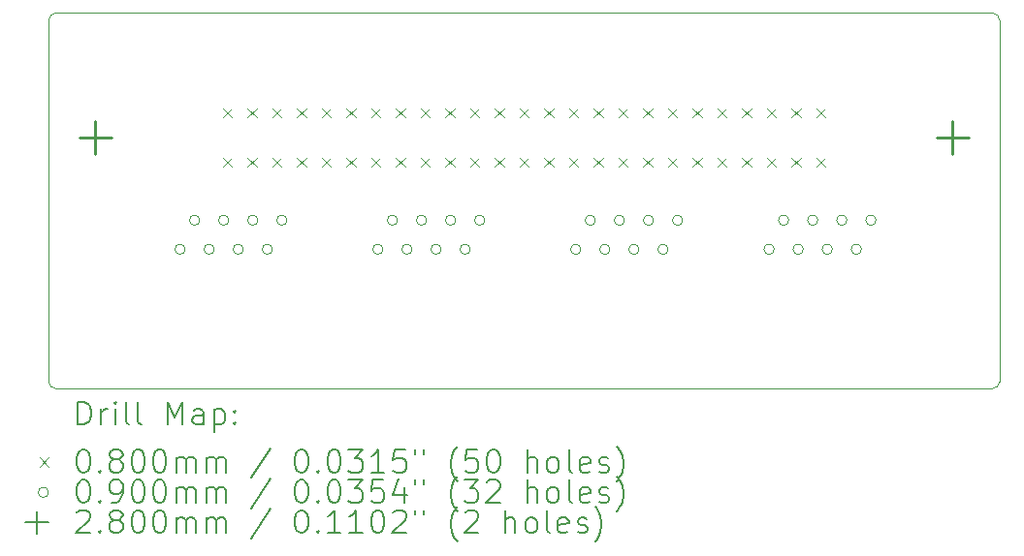
<source format=gbr>
%TF.GenerationSoftware,KiCad,Pcbnew,(6.0.11)*%
%TF.CreationDate,2024-01-05T21:54:57+00:00*%
%TF.ProjectId,RJ21_RJ45_4_LINE,524a3231-5f52-44a3-9435-5f345f4c494e,rev?*%
%TF.SameCoordinates,Original*%
%TF.FileFunction,Drillmap*%
%TF.FilePolarity,Positive*%
%FSLAX45Y45*%
G04 Gerber Fmt 4.5, Leading zero omitted, Abs format (unit mm)*
G04 Created by KiCad (PCBNEW (6.0.11)) date 2024-01-05 21:54:57*
%MOMM*%
%LPD*%
G01*
G04 APERTURE LIST*
%ADD10C,0.050000*%
%ADD11C,0.200000*%
%ADD12C,0.080000*%
%ADD13C,0.090000*%
%ADD14C,0.280000*%
G04 APERTURE END LIST*
D10*
X18966000Y-7228000D02*
X10787134Y-7227866D01*
X19027000Y-7167000D02*
X19028000Y-4006000D01*
X10726134Y-7166866D02*
G75*
G03*
X10787134Y-7227866I60997J-4D01*
G01*
X10726134Y-7166866D02*
X10727134Y-4006133D01*
X18967000Y-3945000D02*
X10788134Y-3945133D01*
X10788134Y-3945133D02*
G75*
G03*
X10727134Y-4006133I-4J-60997D01*
G01*
X18966000Y-7228000D02*
G75*
G03*
X19027000Y-7167000I0J61000D01*
G01*
X19028000Y-4006000D02*
G75*
G03*
X18967000Y-3945000I-61000J0D01*
G01*
D11*
D12*
X12244475Y-4778861D02*
X12324475Y-4858861D01*
X12324475Y-4778861D02*
X12244475Y-4858861D01*
X12244475Y-5207861D02*
X12324475Y-5287861D01*
X12324475Y-5207861D02*
X12244475Y-5287861D01*
X12460475Y-4778861D02*
X12540475Y-4858861D01*
X12540475Y-4778861D02*
X12460475Y-4858861D01*
X12460475Y-5207861D02*
X12540475Y-5287861D01*
X12540475Y-5207861D02*
X12460475Y-5287861D01*
X12676476Y-4778861D02*
X12756476Y-4858861D01*
X12756476Y-4778861D02*
X12676476Y-4858861D01*
X12676476Y-5207861D02*
X12756476Y-5287861D01*
X12756476Y-5207861D02*
X12676476Y-5287861D01*
X12892476Y-4778861D02*
X12972476Y-4858861D01*
X12972476Y-4778861D02*
X12892476Y-4858861D01*
X12892476Y-5207861D02*
X12972476Y-5287861D01*
X12972476Y-5207861D02*
X12892476Y-5287861D01*
X13108477Y-4778861D02*
X13188477Y-4858861D01*
X13188477Y-4778861D02*
X13108477Y-4858861D01*
X13108477Y-5207861D02*
X13188477Y-5287861D01*
X13188477Y-5207861D02*
X13108477Y-5287861D01*
X13324477Y-4778861D02*
X13404477Y-4858861D01*
X13404477Y-4778861D02*
X13324477Y-4858861D01*
X13324477Y-5207861D02*
X13404477Y-5287861D01*
X13404477Y-5207861D02*
X13324477Y-5287861D01*
X13540478Y-4778861D02*
X13620478Y-4858861D01*
X13620478Y-4778861D02*
X13540478Y-4858861D01*
X13540478Y-5207861D02*
X13620478Y-5287861D01*
X13620478Y-5207861D02*
X13540478Y-5287861D01*
X13756478Y-4778861D02*
X13836478Y-4858861D01*
X13836478Y-4778861D02*
X13756478Y-4858861D01*
X13756478Y-5207861D02*
X13836478Y-5287861D01*
X13836478Y-5207861D02*
X13756478Y-5287861D01*
X13972478Y-4778861D02*
X14052478Y-4858861D01*
X14052478Y-4778861D02*
X13972478Y-4858861D01*
X13972478Y-5207861D02*
X14052478Y-5287861D01*
X14052478Y-5207861D02*
X13972478Y-5287861D01*
X14188479Y-4778861D02*
X14268479Y-4858861D01*
X14268479Y-4778861D02*
X14188479Y-4858861D01*
X14188479Y-5207861D02*
X14268479Y-5287861D01*
X14268479Y-5207861D02*
X14188479Y-5287861D01*
X14404479Y-4778861D02*
X14484479Y-4858861D01*
X14484479Y-4778861D02*
X14404479Y-4858861D01*
X14404479Y-5207861D02*
X14484479Y-5287861D01*
X14484479Y-5207861D02*
X14404479Y-5287861D01*
X14620479Y-4778861D02*
X14700479Y-4858861D01*
X14700479Y-4778861D02*
X14620479Y-4858861D01*
X14620479Y-5207861D02*
X14700479Y-5287861D01*
X14700479Y-5207861D02*
X14620479Y-5287861D01*
X14836480Y-4778861D02*
X14916480Y-4858861D01*
X14916480Y-4778861D02*
X14836480Y-4858861D01*
X14836480Y-5207861D02*
X14916480Y-5287861D01*
X14916480Y-5207861D02*
X14836480Y-5287861D01*
X15052480Y-4778861D02*
X15132480Y-4858861D01*
X15132480Y-4778861D02*
X15052480Y-4858861D01*
X15052480Y-5207861D02*
X15132480Y-5287861D01*
X15132480Y-5207861D02*
X15052480Y-5287861D01*
X15268482Y-4778861D02*
X15348482Y-4858861D01*
X15348482Y-4778861D02*
X15268482Y-4858861D01*
X15268482Y-5207861D02*
X15348482Y-5287861D01*
X15348482Y-5207861D02*
X15268482Y-5287861D01*
X15484482Y-4778861D02*
X15564482Y-4858861D01*
X15564482Y-4778861D02*
X15484482Y-4858861D01*
X15484482Y-5207861D02*
X15564482Y-5287861D01*
X15564482Y-5207861D02*
X15484482Y-5287861D01*
X15700483Y-4778861D02*
X15780483Y-4858861D01*
X15780483Y-4778861D02*
X15700483Y-4858861D01*
X15700483Y-5207861D02*
X15780483Y-5287861D01*
X15780483Y-5207861D02*
X15700483Y-5287861D01*
X15916482Y-4778861D02*
X15996482Y-4858861D01*
X15996482Y-4778861D02*
X15916482Y-4858861D01*
X15916482Y-5207861D02*
X15996482Y-5287861D01*
X15996482Y-5207861D02*
X15916482Y-5287861D01*
X16132482Y-4778861D02*
X16212482Y-4858861D01*
X16212482Y-4778861D02*
X16132482Y-4858861D01*
X16132482Y-5207861D02*
X16212482Y-5287861D01*
X16212482Y-5207861D02*
X16132482Y-5287861D01*
X16348483Y-4778861D02*
X16428483Y-4858861D01*
X16428483Y-4778861D02*
X16348483Y-4858861D01*
X16348483Y-5207861D02*
X16428483Y-5287861D01*
X16428483Y-5207861D02*
X16348483Y-5287861D01*
X16564483Y-4778861D02*
X16644483Y-4858861D01*
X16644483Y-4778861D02*
X16564483Y-4858861D01*
X16564483Y-5207861D02*
X16644483Y-5287861D01*
X16644483Y-5207861D02*
X16564483Y-5287861D01*
X16780484Y-4778861D02*
X16860484Y-4858861D01*
X16860484Y-4778861D02*
X16780484Y-4858861D01*
X16780484Y-5207861D02*
X16860484Y-5287861D01*
X16860484Y-5207861D02*
X16780484Y-5287861D01*
X16996483Y-4778861D02*
X17076483Y-4858861D01*
X17076483Y-4778861D02*
X16996483Y-4858861D01*
X16996483Y-5207861D02*
X17076483Y-5287861D01*
X17076483Y-5207861D02*
X16996483Y-5287861D01*
X17212484Y-4778861D02*
X17292484Y-4858861D01*
X17292484Y-4778861D02*
X17212484Y-4858861D01*
X17212484Y-5207861D02*
X17292484Y-5287861D01*
X17292484Y-5207861D02*
X17212484Y-5287861D01*
X17428484Y-4778861D02*
X17508484Y-4858861D01*
X17508484Y-4778861D02*
X17428484Y-4858861D01*
X17428484Y-5207861D02*
X17508484Y-5287861D01*
X17508484Y-5207861D02*
X17428484Y-5287861D01*
D13*
X11917658Y-6010000D02*
G75*
G03*
X11917658Y-6010000I-45000J0D01*
G01*
X12044658Y-5756000D02*
G75*
G03*
X12044658Y-5756000I-45000J0D01*
G01*
X12171658Y-6010000D02*
G75*
G03*
X12171658Y-6010000I-45000J0D01*
G01*
X12298658Y-5756000D02*
G75*
G03*
X12298658Y-5756000I-45000J0D01*
G01*
X12425658Y-6010000D02*
G75*
G03*
X12425658Y-6010000I-45000J0D01*
G01*
X12552658Y-5756000D02*
G75*
G03*
X12552658Y-5756000I-45000J0D01*
G01*
X12679658Y-6010000D02*
G75*
G03*
X12679658Y-6010000I-45000J0D01*
G01*
X12806658Y-5756000D02*
G75*
G03*
X12806658Y-5756000I-45000J0D01*
G01*
X13645075Y-6010000D02*
G75*
G03*
X13645075Y-6010000I-45000J0D01*
G01*
X13772075Y-5756000D02*
G75*
G03*
X13772075Y-5756000I-45000J0D01*
G01*
X13899075Y-6010000D02*
G75*
G03*
X13899075Y-6010000I-45000J0D01*
G01*
X14026075Y-5756000D02*
G75*
G03*
X14026075Y-5756000I-45000J0D01*
G01*
X14153075Y-6010000D02*
G75*
G03*
X14153075Y-6010000I-45000J0D01*
G01*
X14280075Y-5756000D02*
G75*
G03*
X14280075Y-5756000I-45000J0D01*
G01*
X14407075Y-6010000D02*
G75*
G03*
X14407075Y-6010000I-45000J0D01*
G01*
X14534075Y-5756000D02*
G75*
G03*
X14534075Y-5756000I-45000J0D01*
G01*
X15372492Y-6010000D02*
G75*
G03*
X15372492Y-6010000I-45000J0D01*
G01*
X15499492Y-5756000D02*
G75*
G03*
X15499492Y-5756000I-45000J0D01*
G01*
X15626492Y-6010000D02*
G75*
G03*
X15626492Y-6010000I-45000J0D01*
G01*
X15753492Y-5756000D02*
G75*
G03*
X15753492Y-5756000I-45000J0D01*
G01*
X15880492Y-6010000D02*
G75*
G03*
X15880492Y-6010000I-45000J0D01*
G01*
X16007492Y-5756000D02*
G75*
G03*
X16007492Y-5756000I-45000J0D01*
G01*
X16134492Y-6010000D02*
G75*
G03*
X16134492Y-6010000I-45000J0D01*
G01*
X16261492Y-5756000D02*
G75*
G03*
X16261492Y-5756000I-45000J0D01*
G01*
X17060242Y-6010000D02*
G75*
G03*
X17060242Y-6010000I-45000J0D01*
G01*
X17187242Y-5756000D02*
G75*
G03*
X17187242Y-5756000I-45000J0D01*
G01*
X17314242Y-6010000D02*
G75*
G03*
X17314242Y-6010000I-45000J0D01*
G01*
X17441242Y-5756000D02*
G75*
G03*
X17441242Y-5756000I-45000J0D01*
G01*
X17568242Y-6010000D02*
G75*
G03*
X17568242Y-6010000I-45000J0D01*
G01*
X17695242Y-5756000D02*
G75*
G03*
X17695242Y-5756000I-45000J0D01*
G01*
X17822242Y-6010000D02*
G75*
G03*
X17822242Y-6010000I-45000J0D01*
G01*
X17949242Y-5756000D02*
G75*
G03*
X17949242Y-5756000I-45000J0D01*
G01*
D14*
X11133980Y-4893360D02*
X11133980Y-5173360D01*
X10993980Y-5033360D02*
X11273980Y-5033360D01*
X18618980Y-4893360D02*
X18618980Y-5173360D01*
X18478980Y-5033360D02*
X18758980Y-5033360D01*
D11*
X10981253Y-7540976D02*
X10981253Y-7340976D01*
X11028872Y-7340976D01*
X11057443Y-7350500D01*
X11076491Y-7369548D01*
X11086014Y-7388595D01*
X11095538Y-7426690D01*
X11095538Y-7455262D01*
X11086014Y-7493357D01*
X11076491Y-7512405D01*
X11057443Y-7531452D01*
X11028872Y-7540976D01*
X10981253Y-7540976D01*
X11181253Y-7540976D02*
X11181253Y-7407643D01*
X11181253Y-7445738D02*
X11190776Y-7426690D01*
X11200300Y-7417167D01*
X11219348Y-7407643D01*
X11238395Y-7407643D01*
X11305062Y-7540976D02*
X11305062Y-7407643D01*
X11305062Y-7340976D02*
X11295538Y-7350500D01*
X11305062Y-7360024D01*
X11314586Y-7350500D01*
X11305062Y-7340976D01*
X11305062Y-7360024D01*
X11428871Y-7540976D02*
X11409824Y-7531452D01*
X11400300Y-7512405D01*
X11400300Y-7340976D01*
X11533633Y-7540976D02*
X11514586Y-7531452D01*
X11505062Y-7512405D01*
X11505062Y-7340976D01*
X11762205Y-7540976D02*
X11762205Y-7340976D01*
X11828871Y-7483833D01*
X11895538Y-7340976D01*
X11895538Y-7540976D01*
X12076491Y-7540976D02*
X12076491Y-7436214D01*
X12066967Y-7417167D01*
X12047919Y-7407643D01*
X12009824Y-7407643D01*
X11990776Y-7417167D01*
X12076491Y-7531452D02*
X12057443Y-7540976D01*
X12009824Y-7540976D01*
X11990776Y-7531452D01*
X11981252Y-7512405D01*
X11981252Y-7493357D01*
X11990776Y-7474309D01*
X12009824Y-7464786D01*
X12057443Y-7464786D01*
X12076491Y-7455262D01*
X12171729Y-7407643D02*
X12171729Y-7607643D01*
X12171729Y-7417167D02*
X12190776Y-7407643D01*
X12228871Y-7407643D01*
X12247919Y-7417167D01*
X12257443Y-7426690D01*
X12266967Y-7445738D01*
X12266967Y-7502881D01*
X12257443Y-7521928D01*
X12247919Y-7531452D01*
X12228871Y-7540976D01*
X12190776Y-7540976D01*
X12171729Y-7531452D01*
X12352681Y-7521928D02*
X12362205Y-7531452D01*
X12352681Y-7540976D01*
X12343157Y-7531452D01*
X12352681Y-7521928D01*
X12352681Y-7540976D01*
X12352681Y-7417167D02*
X12362205Y-7426690D01*
X12352681Y-7436214D01*
X12343157Y-7426690D01*
X12352681Y-7417167D01*
X12352681Y-7436214D01*
D12*
X10643634Y-7830500D02*
X10723634Y-7910500D01*
X10723634Y-7830500D02*
X10643634Y-7910500D01*
D11*
X11019348Y-7760976D02*
X11038395Y-7760976D01*
X11057443Y-7770500D01*
X11066967Y-7780024D01*
X11076491Y-7799071D01*
X11086014Y-7837167D01*
X11086014Y-7884786D01*
X11076491Y-7922881D01*
X11066967Y-7941928D01*
X11057443Y-7951452D01*
X11038395Y-7960976D01*
X11019348Y-7960976D01*
X11000300Y-7951452D01*
X10990776Y-7941928D01*
X10981253Y-7922881D01*
X10971729Y-7884786D01*
X10971729Y-7837167D01*
X10981253Y-7799071D01*
X10990776Y-7780024D01*
X11000300Y-7770500D01*
X11019348Y-7760976D01*
X11171729Y-7941928D02*
X11181253Y-7951452D01*
X11171729Y-7960976D01*
X11162205Y-7951452D01*
X11171729Y-7941928D01*
X11171729Y-7960976D01*
X11295538Y-7846690D02*
X11276491Y-7837167D01*
X11266967Y-7827643D01*
X11257443Y-7808595D01*
X11257443Y-7799071D01*
X11266967Y-7780024D01*
X11276491Y-7770500D01*
X11295538Y-7760976D01*
X11333633Y-7760976D01*
X11352681Y-7770500D01*
X11362205Y-7780024D01*
X11371729Y-7799071D01*
X11371729Y-7808595D01*
X11362205Y-7827643D01*
X11352681Y-7837167D01*
X11333633Y-7846690D01*
X11295538Y-7846690D01*
X11276491Y-7856214D01*
X11266967Y-7865738D01*
X11257443Y-7884786D01*
X11257443Y-7922881D01*
X11266967Y-7941928D01*
X11276491Y-7951452D01*
X11295538Y-7960976D01*
X11333633Y-7960976D01*
X11352681Y-7951452D01*
X11362205Y-7941928D01*
X11371729Y-7922881D01*
X11371729Y-7884786D01*
X11362205Y-7865738D01*
X11352681Y-7856214D01*
X11333633Y-7846690D01*
X11495538Y-7760976D02*
X11514586Y-7760976D01*
X11533633Y-7770500D01*
X11543157Y-7780024D01*
X11552681Y-7799071D01*
X11562205Y-7837167D01*
X11562205Y-7884786D01*
X11552681Y-7922881D01*
X11543157Y-7941928D01*
X11533633Y-7951452D01*
X11514586Y-7960976D01*
X11495538Y-7960976D01*
X11476491Y-7951452D01*
X11466967Y-7941928D01*
X11457443Y-7922881D01*
X11447919Y-7884786D01*
X11447919Y-7837167D01*
X11457443Y-7799071D01*
X11466967Y-7780024D01*
X11476491Y-7770500D01*
X11495538Y-7760976D01*
X11686014Y-7760976D02*
X11705062Y-7760976D01*
X11724110Y-7770500D01*
X11733633Y-7780024D01*
X11743157Y-7799071D01*
X11752681Y-7837167D01*
X11752681Y-7884786D01*
X11743157Y-7922881D01*
X11733633Y-7941928D01*
X11724110Y-7951452D01*
X11705062Y-7960976D01*
X11686014Y-7960976D01*
X11666967Y-7951452D01*
X11657443Y-7941928D01*
X11647919Y-7922881D01*
X11638395Y-7884786D01*
X11638395Y-7837167D01*
X11647919Y-7799071D01*
X11657443Y-7780024D01*
X11666967Y-7770500D01*
X11686014Y-7760976D01*
X11838395Y-7960976D02*
X11838395Y-7827643D01*
X11838395Y-7846690D02*
X11847919Y-7837167D01*
X11866967Y-7827643D01*
X11895538Y-7827643D01*
X11914586Y-7837167D01*
X11924110Y-7856214D01*
X11924110Y-7960976D01*
X11924110Y-7856214D02*
X11933633Y-7837167D01*
X11952681Y-7827643D01*
X11981252Y-7827643D01*
X12000300Y-7837167D01*
X12009824Y-7856214D01*
X12009824Y-7960976D01*
X12105062Y-7960976D02*
X12105062Y-7827643D01*
X12105062Y-7846690D02*
X12114586Y-7837167D01*
X12133633Y-7827643D01*
X12162205Y-7827643D01*
X12181252Y-7837167D01*
X12190776Y-7856214D01*
X12190776Y-7960976D01*
X12190776Y-7856214D02*
X12200300Y-7837167D01*
X12219348Y-7827643D01*
X12247919Y-7827643D01*
X12266967Y-7837167D01*
X12276491Y-7856214D01*
X12276491Y-7960976D01*
X12666967Y-7751452D02*
X12495538Y-8008595D01*
X12924110Y-7760976D02*
X12943157Y-7760976D01*
X12962205Y-7770500D01*
X12971729Y-7780024D01*
X12981252Y-7799071D01*
X12990776Y-7837167D01*
X12990776Y-7884786D01*
X12981252Y-7922881D01*
X12971729Y-7941928D01*
X12962205Y-7951452D01*
X12943157Y-7960976D01*
X12924110Y-7960976D01*
X12905062Y-7951452D01*
X12895538Y-7941928D01*
X12886014Y-7922881D01*
X12876491Y-7884786D01*
X12876491Y-7837167D01*
X12886014Y-7799071D01*
X12895538Y-7780024D01*
X12905062Y-7770500D01*
X12924110Y-7760976D01*
X13076491Y-7941928D02*
X13086014Y-7951452D01*
X13076491Y-7960976D01*
X13066967Y-7951452D01*
X13076491Y-7941928D01*
X13076491Y-7960976D01*
X13209824Y-7760976D02*
X13228871Y-7760976D01*
X13247919Y-7770500D01*
X13257443Y-7780024D01*
X13266967Y-7799071D01*
X13276491Y-7837167D01*
X13276491Y-7884786D01*
X13266967Y-7922881D01*
X13257443Y-7941928D01*
X13247919Y-7951452D01*
X13228871Y-7960976D01*
X13209824Y-7960976D01*
X13190776Y-7951452D01*
X13181252Y-7941928D01*
X13171729Y-7922881D01*
X13162205Y-7884786D01*
X13162205Y-7837167D01*
X13171729Y-7799071D01*
X13181252Y-7780024D01*
X13190776Y-7770500D01*
X13209824Y-7760976D01*
X13343157Y-7760976D02*
X13466967Y-7760976D01*
X13400300Y-7837167D01*
X13428871Y-7837167D01*
X13447919Y-7846690D01*
X13457443Y-7856214D01*
X13466967Y-7875262D01*
X13466967Y-7922881D01*
X13457443Y-7941928D01*
X13447919Y-7951452D01*
X13428871Y-7960976D01*
X13371729Y-7960976D01*
X13352681Y-7951452D01*
X13343157Y-7941928D01*
X13657443Y-7960976D02*
X13543157Y-7960976D01*
X13600300Y-7960976D02*
X13600300Y-7760976D01*
X13581252Y-7789548D01*
X13562205Y-7808595D01*
X13543157Y-7818119D01*
X13838395Y-7760976D02*
X13743157Y-7760976D01*
X13733633Y-7856214D01*
X13743157Y-7846690D01*
X13762205Y-7837167D01*
X13809824Y-7837167D01*
X13828871Y-7846690D01*
X13838395Y-7856214D01*
X13847919Y-7875262D01*
X13847919Y-7922881D01*
X13838395Y-7941928D01*
X13828871Y-7951452D01*
X13809824Y-7960976D01*
X13762205Y-7960976D01*
X13743157Y-7951452D01*
X13733633Y-7941928D01*
X13924110Y-7760976D02*
X13924110Y-7799071D01*
X14000300Y-7760976D02*
X14000300Y-7799071D01*
X14295538Y-8037167D02*
X14286014Y-8027643D01*
X14266967Y-7999071D01*
X14257443Y-7980024D01*
X14247919Y-7951452D01*
X14238395Y-7903833D01*
X14238395Y-7865738D01*
X14247919Y-7818119D01*
X14257443Y-7789548D01*
X14266967Y-7770500D01*
X14286014Y-7741928D01*
X14295538Y-7732405D01*
X14466967Y-7760976D02*
X14371729Y-7760976D01*
X14362205Y-7856214D01*
X14371729Y-7846690D01*
X14390776Y-7837167D01*
X14438395Y-7837167D01*
X14457443Y-7846690D01*
X14466967Y-7856214D01*
X14476491Y-7875262D01*
X14476491Y-7922881D01*
X14466967Y-7941928D01*
X14457443Y-7951452D01*
X14438395Y-7960976D01*
X14390776Y-7960976D01*
X14371729Y-7951452D01*
X14362205Y-7941928D01*
X14600300Y-7760976D02*
X14619348Y-7760976D01*
X14638395Y-7770500D01*
X14647919Y-7780024D01*
X14657443Y-7799071D01*
X14666967Y-7837167D01*
X14666967Y-7884786D01*
X14657443Y-7922881D01*
X14647919Y-7941928D01*
X14638395Y-7951452D01*
X14619348Y-7960976D01*
X14600300Y-7960976D01*
X14581252Y-7951452D01*
X14571729Y-7941928D01*
X14562205Y-7922881D01*
X14552681Y-7884786D01*
X14552681Y-7837167D01*
X14562205Y-7799071D01*
X14571729Y-7780024D01*
X14581252Y-7770500D01*
X14600300Y-7760976D01*
X14905062Y-7960976D02*
X14905062Y-7760976D01*
X14990776Y-7960976D02*
X14990776Y-7856214D01*
X14981252Y-7837167D01*
X14962205Y-7827643D01*
X14933633Y-7827643D01*
X14914586Y-7837167D01*
X14905062Y-7846690D01*
X15114586Y-7960976D02*
X15095538Y-7951452D01*
X15086014Y-7941928D01*
X15076491Y-7922881D01*
X15076491Y-7865738D01*
X15086014Y-7846690D01*
X15095538Y-7837167D01*
X15114586Y-7827643D01*
X15143157Y-7827643D01*
X15162205Y-7837167D01*
X15171729Y-7846690D01*
X15181252Y-7865738D01*
X15181252Y-7922881D01*
X15171729Y-7941928D01*
X15162205Y-7951452D01*
X15143157Y-7960976D01*
X15114586Y-7960976D01*
X15295538Y-7960976D02*
X15276491Y-7951452D01*
X15266967Y-7932405D01*
X15266967Y-7760976D01*
X15447919Y-7951452D02*
X15428871Y-7960976D01*
X15390776Y-7960976D01*
X15371729Y-7951452D01*
X15362205Y-7932405D01*
X15362205Y-7856214D01*
X15371729Y-7837167D01*
X15390776Y-7827643D01*
X15428871Y-7827643D01*
X15447919Y-7837167D01*
X15457443Y-7856214D01*
X15457443Y-7875262D01*
X15362205Y-7894309D01*
X15533633Y-7951452D02*
X15552681Y-7960976D01*
X15590776Y-7960976D01*
X15609824Y-7951452D01*
X15619348Y-7932405D01*
X15619348Y-7922881D01*
X15609824Y-7903833D01*
X15590776Y-7894309D01*
X15562205Y-7894309D01*
X15543157Y-7884786D01*
X15533633Y-7865738D01*
X15533633Y-7856214D01*
X15543157Y-7837167D01*
X15562205Y-7827643D01*
X15590776Y-7827643D01*
X15609824Y-7837167D01*
X15686014Y-8037167D02*
X15695538Y-8027643D01*
X15714586Y-7999071D01*
X15724110Y-7980024D01*
X15733633Y-7951452D01*
X15743157Y-7903833D01*
X15743157Y-7865738D01*
X15733633Y-7818119D01*
X15724110Y-7789548D01*
X15714586Y-7770500D01*
X15695538Y-7741928D01*
X15686014Y-7732405D01*
D13*
X10723634Y-8134500D02*
G75*
G03*
X10723634Y-8134500I-45000J0D01*
G01*
D11*
X11019348Y-8024976D02*
X11038395Y-8024976D01*
X11057443Y-8034500D01*
X11066967Y-8044024D01*
X11076491Y-8063071D01*
X11086014Y-8101167D01*
X11086014Y-8148786D01*
X11076491Y-8186881D01*
X11066967Y-8205928D01*
X11057443Y-8215452D01*
X11038395Y-8224976D01*
X11019348Y-8224976D01*
X11000300Y-8215452D01*
X10990776Y-8205928D01*
X10981253Y-8186881D01*
X10971729Y-8148786D01*
X10971729Y-8101167D01*
X10981253Y-8063071D01*
X10990776Y-8044024D01*
X11000300Y-8034500D01*
X11019348Y-8024976D01*
X11171729Y-8205928D02*
X11181253Y-8215452D01*
X11171729Y-8224976D01*
X11162205Y-8215452D01*
X11171729Y-8205928D01*
X11171729Y-8224976D01*
X11276491Y-8224976D02*
X11314586Y-8224976D01*
X11333633Y-8215452D01*
X11343157Y-8205928D01*
X11362205Y-8177357D01*
X11371729Y-8139262D01*
X11371729Y-8063071D01*
X11362205Y-8044024D01*
X11352681Y-8034500D01*
X11333633Y-8024976D01*
X11295538Y-8024976D01*
X11276491Y-8034500D01*
X11266967Y-8044024D01*
X11257443Y-8063071D01*
X11257443Y-8110690D01*
X11266967Y-8129738D01*
X11276491Y-8139262D01*
X11295538Y-8148786D01*
X11333633Y-8148786D01*
X11352681Y-8139262D01*
X11362205Y-8129738D01*
X11371729Y-8110690D01*
X11495538Y-8024976D02*
X11514586Y-8024976D01*
X11533633Y-8034500D01*
X11543157Y-8044024D01*
X11552681Y-8063071D01*
X11562205Y-8101167D01*
X11562205Y-8148786D01*
X11552681Y-8186881D01*
X11543157Y-8205928D01*
X11533633Y-8215452D01*
X11514586Y-8224976D01*
X11495538Y-8224976D01*
X11476491Y-8215452D01*
X11466967Y-8205928D01*
X11457443Y-8186881D01*
X11447919Y-8148786D01*
X11447919Y-8101167D01*
X11457443Y-8063071D01*
X11466967Y-8044024D01*
X11476491Y-8034500D01*
X11495538Y-8024976D01*
X11686014Y-8024976D02*
X11705062Y-8024976D01*
X11724110Y-8034500D01*
X11733633Y-8044024D01*
X11743157Y-8063071D01*
X11752681Y-8101167D01*
X11752681Y-8148786D01*
X11743157Y-8186881D01*
X11733633Y-8205928D01*
X11724110Y-8215452D01*
X11705062Y-8224976D01*
X11686014Y-8224976D01*
X11666967Y-8215452D01*
X11657443Y-8205928D01*
X11647919Y-8186881D01*
X11638395Y-8148786D01*
X11638395Y-8101167D01*
X11647919Y-8063071D01*
X11657443Y-8044024D01*
X11666967Y-8034500D01*
X11686014Y-8024976D01*
X11838395Y-8224976D02*
X11838395Y-8091643D01*
X11838395Y-8110690D02*
X11847919Y-8101167D01*
X11866967Y-8091643D01*
X11895538Y-8091643D01*
X11914586Y-8101167D01*
X11924110Y-8120214D01*
X11924110Y-8224976D01*
X11924110Y-8120214D02*
X11933633Y-8101167D01*
X11952681Y-8091643D01*
X11981252Y-8091643D01*
X12000300Y-8101167D01*
X12009824Y-8120214D01*
X12009824Y-8224976D01*
X12105062Y-8224976D02*
X12105062Y-8091643D01*
X12105062Y-8110690D02*
X12114586Y-8101167D01*
X12133633Y-8091643D01*
X12162205Y-8091643D01*
X12181252Y-8101167D01*
X12190776Y-8120214D01*
X12190776Y-8224976D01*
X12190776Y-8120214D02*
X12200300Y-8101167D01*
X12219348Y-8091643D01*
X12247919Y-8091643D01*
X12266967Y-8101167D01*
X12276491Y-8120214D01*
X12276491Y-8224976D01*
X12666967Y-8015452D02*
X12495538Y-8272595D01*
X12924110Y-8024976D02*
X12943157Y-8024976D01*
X12962205Y-8034500D01*
X12971729Y-8044024D01*
X12981252Y-8063071D01*
X12990776Y-8101167D01*
X12990776Y-8148786D01*
X12981252Y-8186881D01*
X12971729Y-8205928D01*
X12962205Y-8215452D01*
X12943157Y-8224976D01*
X12924110Y-8224976D01*
X12905062Y-8215452D01*
X12895538Y-8205928D01*
X12886014Y-8186881D01*
X12876491Y-8148786D01*
X12876491Y-8101167D01*
X12886014Y-8063071D01*
X12895538Y-8044024D01*
X12905062Y-8034500D01*
X12924110Y-8024976D01*
X13076491Y-8205928D02*
X13086014Y-8215452D01*
X13076491Y-8224976D01*
X13066967Y-8215452D01*
X13076491Y-8205928D01*
X13076491Y-8224976D01*
X13209824Y-8024976D02*
X13228871Y-8024976D01*
X13247919Y-8034500D01*
X13257443Y-8044024D01*
X13266967Y-8063071D01*
X13276491Y-8101167D01*
X13276491Y-8148786D01*
X13266967Y-8186881D01*
X13257443Y-8205928D01*
X13247919Y-8215452D01*
X13228871Y-8224976D01*
X13209824Y-8224976D01*
X13190776Y-8215452D01*
X13181252Y-8205928D01*
X13171729Y-8186881D01*
X13162205Y-8148786D01*
X13162205Y-8101167D01*
X13171729Y-8063071D01*
X13181252Y-8044024D01*
X13190776Y-8034500D01*
X13209824Y-8024976D01*
X13343157Y-8024976D02*
X13466967Y-8024976D01*
X13400300Y-8101167D01*
X13428871Y-8101167D01*
X13447919Y-8110690D01*
X13457443Y-8120214D01*
X13466967Y-8139262D01*
X13466967Y-8186881D01*
X13457443Y-8205928D01*
X13447919Y-8215452D01*
X13428871Y-8224976D01*
X13371729Y-8224976D01*
X13352681Y-8215452D01*
X13343157Y-8205928D01*
X13647919Y-8024976D02*
X13552681Y-8024976D01*
X13543157Y-8120214D01*
X13552681Y-8110690D01*
X13571729Y-8101167D01*
X13619348Y-8101167D01*
X13638395Y-8110690D01*
X13647919Y-8120214D01*
X13657443Y-8139262D01*
X13657443Y-8186881D01*
X13647919Y-8205928D01*
X13638395Y-8215452D01*
X13619348Y-8224976D01*
X13571729Y-8224976D01*
X13552681Y-8215452D01*
X13543157Y-8205928D01*
X13828871Y-8091643D02*
X13828871Y-8224976D01*
X13781252Y-8015452D02*
X13733633Y-8158309D01*
X13857443Y-8158309D01*
X13924110Y-8024976D02*
X13924110Y-8063071D01*
X14000300Y-8024976D02*
X14000300Y-8063071D01*
X14295538Y-8301167D02*
X14286014Y-8291643D01*
X14266967Y-8263071D01*
X14257443Y-8244024D01*
X14247919Y-8215452D01*
X14238395Y-8167833D01*
X14238395Y-8129738D01*
X14247919Y-8082119D01*
X14257443Y-8053548D01*
X14266967Y-8034500D01*
X14286014Y-8005928D01*
X14295538Y-7996405D01*
X14352681Y-8024976D02*
X14476491Y-8024976D01*
X14409824Y-8101167D01*
X14438395Y-8101167D01*
X14457443Y-8110690D01*
X14466967Y-8120214D01*
X14476491Y-8139262D01*
X14476491Y-8186881D01*
X14466967Y-8205928D01*
X14457443Y-8215452D01*
X14438395Y-8224976D01*
X14381252Y-8224976D01*
X14362205Y-8215452D01*
X14352681Y-8205928D01*
X14552681Y-8044024D02*
X14562205Y-8034500D01*
X14581252Y-8024976D01*
X14628871Y-8024976D01*
X14647919Y-8034500D01*
X14657443Y-8044024D01*
X14666967Y-8063071D01*
X14666967Y-8082119D01*
X14657443Y-8110690D01*
X14543157Y-8224976D01*
X14666967Y-8224976D01*
X14905062Y-8224976D02*
X14905062Y-8024976D01*
X14990776Y-8224976D02*
X14990776Y-8120214D01*
X14981252Y-8101167D01*
X14962205Y-8091643D01*
X14933633Y-8091643D01*
X14914586Y-8101167D01*
X14905062Y-8110690D01*
X15114586Y-8224976D02*
X15095538Y-8215452D01*
X15086014Y-8205928D01*
X15076491Y-8186881D01*
X15076491Y-8129738D01*
X15086014Y-8110690D01*
X15095538Y-8101167D01*
X15114586Y-8091643D01*
X15143157Y-8091643D01*
X15162205Y-8101167D01*
X15171729Y-8110690D01*
X15181252Y-8129738D01*
X15181252Y-8186881D01*
X15171729Y-8205928D01*
X15162205Y-8215452D01*
X15143157Y-8224976D01*
X15114586Y-8224976D01*
X15295538Y-8224976D02*
X15276491Y-8215452D01*
X15266967Y-8196405D01*
X15266967Y-8024976D01*
X15447919Y-8215452D02*
X15428871Y-8224976D01*
X15390776Y-8224976D01*
X15371729Y-8215452D01*
X15362205Y-8196405D01*
X15362205Y-8120214D01*
X15371729Y-8101167D01*
X15390776Y-8091643D01*
X15428871Y-8091643D01*
X15447919Y-8101167D01*
X15457443Y-8120214D01*
X15457443Y-8139262D01*
X15362205Y-8158309D01*
X15533633Y-8215452D02*
X15552681Y-8224976D01*
X15590776Y-8224976D01*
X15609824Y-8215452D01*
X15619348Y-8196405D01*
X15619348Y-8186881D01*
X15609824Y-8167833D01*
X15590776Y-8158309D01*
X15562205Y-8158309D01*
X15543157Y-8148786D01*
X15533633Y-8129738D01*
X15533633Y-8120214D01*
X15543157Y-8101167D01*
X15562205Y-8091643D01*
X15590776Y-8091643D01*
X15609824Y-8101167D01*
X15686014Y-8301167D02*
X15695538Y-8291643D01*
X15714586Y-8263071D01*
X15724110Y-8244024D01*
X15733633Y-8215452D01*
X15743157Y-8167833D01*
X15743157Y-8129738D01*
X15733633Y-8082119D01*
X15724110Y-8053548D01*
X15714586Y-8034500D01*
X15695538Y-8005928D01*
X15686014Y-7996405D01*
X10623634Y-8298500D02*
X10623634Y-8498500D01*
X10523634Y-8398500D02*
X10723634Y-8398500D01*
X10971729Y-8308024D02*
X10981253Y-8298500D01*
X11000300Y-8288976D01*
X11047919Y-8288976D01*
X11066967Y-8298500D01*
X11076491Y-8308024D01*
X11086014Y-8327071D01*
X11086014Y-8346119D01*
X11076491Y-8374690D01*
X10962205Y-8488976D01*
X11086014Y-8488976D01*
X11171729Y-8469929D02*
X11181253Y-8479452D01*
X11171729Y-8488976D01*
X11162205Y-8479452D01*
X11171729Y-8469929D01*
X11171729Y-8488976D01*
X11295538Y-8374690D02*
X11276491Y-8365167D01*
X11266967Y-8355643D01*
X11257443Y-8336595D01*
X11257443Y-8327071D01*
X11266967Y-8308024D01*
X11276491Y-8298500D01*
X11295538Y-8288976D01*
X11333633Y-8288976D01*
X11352681Y-8298500D01*
X11362205Y-8308024D01*
X11371729Y-8327071D01*
X11371729Y-8336595D01*
X11362205Y-8355643D01*
X11352681Y-8365167D01*
X11333633Y-8374690D01*
X11295538Y-8374690D01*
X11276491Y-8384214D01*
X11266967Y-8393738D01*
X11257443Y-8412786D01*
X11257443Y-8450881D01*
X11266967Y-8469929D01*
X11276491Y-8479452D01*
X11295538Y-8488976D01*
X11333633Y-8488976D01*
X11352681Y-8479452D01*
X11362205Y-8469929D01*
X11371729Y-8450881D01*
X11371729Y-8412786D01*
X11362205Y-8393738D01*
X11352681Y-8384214D01*
X11333633Y-8374690D01*
X11495538Y-8288976D02*
X11514586Y-8288976D01*
X11533633Y-8298500D01*
X11543157Y-8308024D01*
X11552681Y-8327071D01*
X11562205Y-8365167D01*
X11562205Y-8412786D01*
X11552681Y-8450881D01*
X11543157Y-8469929D01*
X11533633Y-8479452D01*
X11514586Y-8488976D01*
X11495538Y-8488976D01*
X11476491Y-8479452D01*
X11466967Y-8469929D01*
X11457443Y-8450881D01*
X11447919Y-8412786D01*
X11447919Y-8365167D01*
X11457443Y-8327071D01*
X11466967Y-8308024D01*
X11476491Y-8298500D01*
X11495538Y-8288976D01*
X11686014Y-8288976D02*
X11705062Y-8288976D01*
X11724110Y-8298500D01*
X11733633Y-8308024D01*
X11743157Y-8327071D01*
X11752681Y-8365167D01*
X11752681Y-8412786D01*
X11743157Y-8450881D01*
X11733633Y-8469929D01*
X11724110Y-8479452D01*
X11705062Y-8488976D01*
X11686014Y-8488976D01*
X11666967Y-8479452D01*
X11657443Y-8469929D01*
X11647919Y-8450881D01*
X11638395Y-8412786D01*
X11638395Y-8365167D01*
X11647919Y-8327071D01*
X11657443Y-8308024D01*
X11666967Y-8298500D01*
X11686014Y-8288976D01*
X11838395Y-8488976D02*
X11838395Y-8355643D01*
X11838395Y-8374690D02*
X11847919Y-8365167D01*
X11866967Y-8355643D01*
X11895538Y-8355643D01*
X11914586Y-8365167D01*
X11924110Y-8384214D01*
X11924110Y-8488976D01*
X11924110Y-8384214D02*
X11933633Y-8365167D01*
X11952681Y-8355643D01*
X11981252Y-8355643D01*
X12000300Y-8365167D01*
X12009824Y-8384214D01*
X12009824Y-8488976D01*
X12105062Y-8488976D02*
X12105062Y-8355643D01*
X12105062Y-8374690D02*
X12114586Y-8365167D01*
X12133633Y-8355643D01*
X12162205Y-8355643D01*
X12181252Y-8365167D01*
X12190776Y-8384214D01*
X12190776Y-8488976D01*
X12190776Y-8384214D02*
X12200300Y-8365167D01*
X12219348Y-8355643D01*
X12247919Y-8355643D01*
X12266967Y-8365167D01*
X12276491Y-8384214D01*
X12276491Y-8488976D01*
X12666967Y-8279452D02*
X12495538Y-8536595D01*
X12924110Y-8288976D02*
X12943157Y-8288976D01*
X12962205Y-8298500D01*
X12971729Y-8308024D01*
X12981252Y-8327071D01*
X12990776Y-8365167D01*
X12990776Y-8412786D01*
X12981252Y-8450881D01*
X12971729Y-8469929D01*
X12962205Y-8479452D01*
X12943157Y-8488976D01*
X12924110Y-8488976D01*
X12905062Y-8479452D01*
X12895538Y-8469929D01*
X12886014Y-8450881D01*
X12876491Y-8412786D01*
X12876491Y-8365167D01*
X12886014Y-8327071D01*
X12895538Y-8308024D01*
X12905062Y-8298500D01*
X12924110Y-8288976D01*
X13076491Y-8469929D02*
X13086014Y-8479452D01*
X13076491Y-8488976D01*
X13066967Y-8479452D01*
X13076491Y-8469929D01*
X13076491Y-8488976D01*
X13276491Y-8488976D02*
X13162205Y-8488976D01*
X13219348Y-8488976D02*
X13219348Y-8288976D01*
X13200300Y-8317548D01*
X13181252Y-8336595D01*
X13162205Y-8346119D01*
X13466967Y-8488976D02*
X13352681Y-8488976D01*
X13409824Y-8488976D02*
X13409824Y-8288976D01*
X13390776Y-8317548D01*
X13371729Y-8336595D01*
X13352681Y-8346119D01*
X13590776Y-8288976D02*
X13609824Y-8288976D01*
X13628871Y-8298500D01*
X13638395Y-8308024D01*
X13647919Y-8327071D01*
X13657443Y-8365167D01*
X13657443Y-8412786D01*
X13647919Y-8450881D01*
X13638395Y-8469929D01*
X13628871Y-8479452D01*
X13609824Y-8488976D01*
X13590776Y-8488976D01*
X13571729Y-8479452D01*
X13562205Y-8469929D01*
X13552681Y-8450881D01*
X13543157Y-8412786D01*
X13543157Y-8365167D01*
X13552681Y-8327071D01*
X13562205Y-8308024D01*
X13571729Y-8298500D01*
X13590776Y-8288976D01*
X13733633Y-8308024D02*
X13743157Y-8298500D01*
X13762205Y-8288976D01*
X13809824Y-8288976D01*
X13828871Y-8298500D01*
X13838395Y-8308024D01*
X13847919Y-8327071D01*
X13847919Y-8346119D01*
X13838395Y-8374690D01*
X13724110Y-8488976D01*
X13847919Y-8488976D01*
X13924110Y-8288976D02*
X13924110Y-8327071D01*
X14000300Y-8288976D02*
X14000300Y-8327071D01*
X14295538Y-8565167D02*
X14286014Y-8555643D01*
X14266967Y-8527071D01*
X14257443Y-8508024D01*
X14247919Y-8479452D01*
X14238395Y-8431833D01*
X14238395Y-8393738D01*
X14247919Y-8346119D01*
X14257443Y-8317548D01*
X14266967Y-8298500D01*
X14286014Y-8269928D01*
X14295538Y-8260405D01*
X14362205Y-8308024D02*
X14371729Y-8298500D01*
X14390776Y-8288976D01*
X14438395Y-8288976D01*
X14457443Y-8298500D01*
X14466967Y-8308024D01*
X14476491Y-8327071D01*
X14476491Y-8346119D01*
X14466967Y-8374690D01*
X14352681Y-8488976D01*
X14476491Y-8488976D01*
X14714586Y-8488976D02*
X14714586Y-8288976D01*
X14800300Y-8488976D02*
X14800300Y-8384214D01*
X14790776Y-8365167D01*
X14771729Y-8355643D01*
X14743157Y-8355643D01*
X14724110Y-8365167D01*
X14714586Y-8374690D01*
X14924110Y-8488976D02*
X14905062Y-8479452D01*
X14895538Y-8469929D01*
X14886014Y-8450881D01*
X14886014Y-8393738D01*
X14895538Y-8374690D01*
X14905062Y-8365167D01*
X14924110Y-8355643D01*
X14952681Y-8355643D01*
X14971729Y-8365167D01*
X14981252Y-8374690D01*
X14990776Y-8393738D01*
X14990776Y-8450881D01*
X14981252Y-8469929D01*
X14971729Y-8479452D01*
X14952681Y-8488976D01*
X14924110Y-8488976D01*
X15105062Y-8488976D02*
X15086014Y-8479452D01*
X15076491Y-8460405D01*
X15076491Y-8288976D01*
X15257443Y-8479452D02*
X15238395Y-8488976D01*
X15200300Y-8488976D01*
X15181252Y-8479452D01*
X15171729Y-8460405D01*
X15171729Y-8384214D01*
X15181252Y-8365167D01*
X15200300Y-8355643D01*
X15238395Y-8355643D01*
X15257443Y-8365167D01*
X15266967Y-8384214D01*
X15266967Y-8403262D01*
X15171729Y-8422310D01*
X15343157Y-8479452D02*
X15362205Y-8488976D01*
X15400300Y-8488976D01*
X15419348Y-8479452D01*
X15428871Y-8460405D01*
X15428871Y-8450881D01*
X15419348Y-8431833D01*
X15400300Y-8422310D01*
X15371729Y-8422310D01*
X15352681Y-8412786D01*
X15343157Y-8393738D01*
X15343157Y-8384214D01*
X15352681Y-8365167D01*
X15371729Y-8355643D01*
X15400300Y-8355643D01*
X15419348Y-8365167D01*
X15495538Y-8565167D02*
X15505062Y-8555643D01*
X15524110Y-8527071D01*
X15533633Y-8508024D01*
X15543157Y-8479452D01*
X15552681Y-8431833D01*
X15552681Y-8393738D01*
X15543157Y-8346119D01*
X15533633Y-8317548D01*
X15524110Y-8298500D01*
X15505062Y-8269928D01*
X15495538Y-8260405D01*
M02*

</source>
